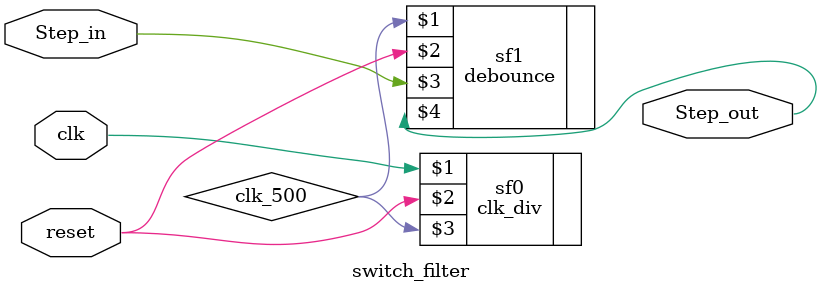
<source format=v>
`timescale 1ns / 1ps
module switch_filter(clk, reset, Step_in, Step_out);

   input    clk, reset;       // System clock and reset
   input    Step_in;          // Step button from board
   output   Step_out;         // Step output from other modules
   
   wire     clk_500;          // 500Hz clock from clk_div to debounce
   
   // Step down system clock to 500 Hz
   //          clk_in, reset, clk_out
   clk_div sf0(   clk, reset, clk_500);
   
   // Stablized and confirm the switch-input signal
   //               clk, reset,     Din,     Dout
   debounce sf1(clk_500, reset, Step_in, Step_out);

endmodule

</source>
